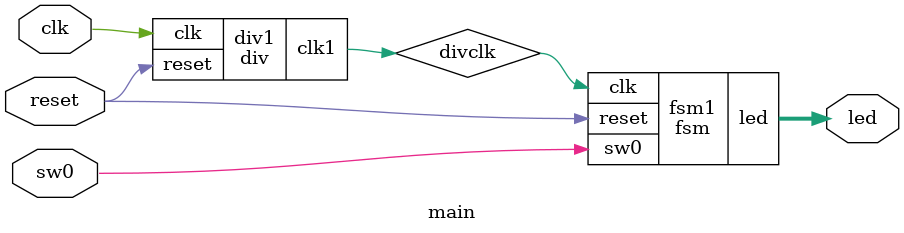
<source format=sv>
`timescale 1ns / 1ps


module fsm(
    input logic clk,
    (* mark_debug = "true" *)input logic reset,
    input logic sw0,
    output logic [3:0] led
    );
    
/* Define un nuevo tipo denominado statetype
que toma valores S0,S1,S2 y crea las variables state
y nexstate dentro de este tipo.
*/
typedef enum logic [1:0] {S0, S1, S2, S3} statetype;    
(* mark_debug = "true" *)statetype [1:0] state, nextstate;

// Registro
always_ff @(posedge clk)
if(reset) state <= S0;
else state <= nextstate;

//L�gica del siguiente estado
always_comb
    case(state)
        S0: if(sw0) nextstate = S1;
            else nextstate = S3;
        S1: if(sw0) nextstate = S2;
            else nextstate = S0;
        S2: if(sw0) nextstate = S3;
            else nextstate = S1;
        S3: if(sw0) nextstate = S0;
            else nextstate = S2;
        default: nextstate = S0;
    endcase

//logica de salida
always_comb
    case(state)
        S0: if(sw0) led[3:0] = 4'b0001;
            else led[3:0] = 4'b1000;
        S1: if(sw0) led[3:0] = 4'b0010;
            else led[3:0] = 4'b0001;
        S2: if(sw0) led[3:0]= 4'b0100;
            else led[3:0] = 4'b0010;
        S3: if(sw0) led[3:0] = 4'b1000;
            else led[3:0] = 4'b0100;
        default: led[3:0] = 4'b0000;
    endcase
endmodule

//divisor mod 25
module div(input logic clk, reset,
           output logic clk1);
reg [24:0] count;
always_ff @(posedge clk)
    count <= count+1;
assign clk1 = count[24];
endmodule

module main(
    input logic clk,
    input logic reset,
    input logic sw0,
    output logic [3:0] led);
logic divclk;
//Instanciamiento modulo div
div div1(clk,reset,divclk);
//Instanciamiento modulo fsm
fsm fsm1(divclk,reset,sw0,led);
endmodule

</source>
